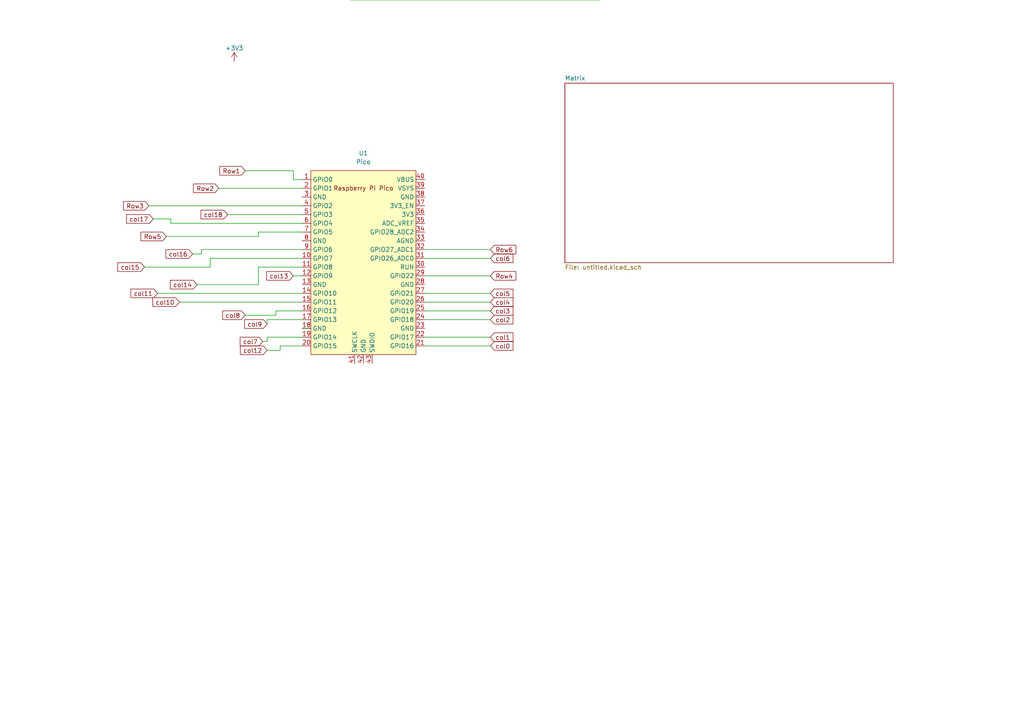
<source format=kicad_sch>
(kicad_sch
	(version 20250114)
	(generator "eeschema")
	(generator_version "9.0")
	(uuid "cb32b2da-a60d-4ed4-a57b-2c397f553171")
	(paper "A4")
	(lib_symbols
		(symbol "MCU_RaspberryPi_and_Boards:Pico"
			(exclude_from_sim no)
			(in_bom yes)
			(on_board yes)
			(property "Reference" "U"
				(at -13.97 27.94 0)
				(effects
					(font
						(size 1.27 1.27)
					)
				)
			)
			(property "Value" "Pico"
				(at 0 19.05 0)
				(effects
					(font
						(size 1.27 1.27)
					)
				)
			)
			(property "Footprint" "RPi_Pico:RPi_Pico_SMD_TH"
				(at 0 0 90)
				(effects
					(font
						(size 1.27 1.27)
					)
					(hide yes)
				)
			)
			(property "Datasheet" ""
				(at 0 0 0)
				(effects
					(font
						(size 1.27 1.27)
					)
					(hide yes)
				)
			)
			(property "Description" ""
				(at 0 0 0)
				(effects
					(font
						(size 1.27 1.27)
					)
					(hide yes)
				)
			)
			(symbol "Pico_0_0"
				(text "Raspberry Pi Pico"
					(at 0 21.59 0)
					(effects
						(font
							(size 1.27 1.27)
						)
					)
				)
			)
			(symbol "Pico_0_1"
				(rectangle
					(start -15.24 26.67)
					(end 15.24 -26.67)
					(stroke
						(width 0)
						(type default)
					)
					(fill
						(type background)
					)
				)
			)
			(symbol "Pico_1_1"
				(pin bidirectional line
					(at -17.78 24.13 0)
					(length 2.54)
					(name "GPIO0"
						(effects
							(font
								(size 1.27 1.27)
							)
						)
					)
					(number "1"
						(effects
							(font
								(size 1.27 1.27)
							)
						)
					)
				)
				(pin bidirectional line
					(at -17.78 21.59 0)
					(length 2.54)
					(name "GPIO1"
						(effects
							(font
								(size 1.27 1.27)
							)
						)
					)
					(number "2"
						(effects
							(font
								(size 1.27 1.27)
							)
						)
					)
				)
				(pin power_in line
					(at -17.78 19.05 0)
					(length 2.54)
					(name "GND"
						(effects
							(font
								(size 1.27 1.27)
							)
						)
					)
					(number "3"
						(effects
							(font
								(size 1.27 1.27)
							)
						)
					)
				)
				(pin bidirectional line
					(at -17.78 16.51 0)
					(length 2.54)
					(name "GPIO2"
						(effects
							(font
								(size 1.27 1.27)
							)
						)
					)
					(number "4"
						(effects
							(font
								(size 1.27 1.27)
							)
						)
					)
				)
				(pin bidirectional line
					(at -17.78 13.97 0)
					(length 2.54)
					(name "GPIO3"
						(effects
							(font
								(size 1.27 1.27)
							)
						)
					)
					(number "5"
						(effects
							(font
								(size 1.27 1.27)
							)
						)
					)
				)
				(pin bidirectional line
					(at -17.78 11.43 0)
					(length 2.54)
					(name "GPIO4"
						(effects
							(font
								(size 1.27 1.27)
							)
						)
					)
					(number "6"
						(effects
							(font
								(size 1.27 1.27)
							)
						)
					)
				)
				(pin bidirectional line
					(at -17.78 8.89 0)
					(length 2.54)
					(name "GPIO5"
						(effects
							(font
								(size 1.27 1.27)
							)
						)
					)
					(number "7"
						(effects
							(font
								(size 1.27 1.27)
							)
						)
					)
				)
				(pin power_in line
					(at -17.78 6.35 0)
					(length 2.54)
					(name "GND"
						(effects
							(font
								(size 1.27 1.27)
							)
						)
					)
					(number "8"
						(effects
							(font
								(size 1.27 1.27)
							)
						)
					)
				)
				(pin bidirectional line
					(at -17.78 3.81 0)
					(length 2.54)
					(name "GPIO6"
						(effects
							(font
								(size 1.27 1.27)
							)
						)
					)
					(number "9"
						(effects
							(font
								(size 1.27 1.27)
							)
						)
					)
				)
				(pin bidirectional line
					(at -17.78 1.27 0)
					(length 2.54)
					(name "GPIO7"
						(effects
							(font
								(size 1.27 1.27)
							)
						)
					)
					(number "10"
						(effects
							(font
								(size 1.27 1.27)
							)
						)
					)
				)
				(pin bidirectional line
					(at -17.78 -1.27 0)
					(length 2.54)
					(name "GPIO8"
						(effects
							(font
								(size 1.27 1.27)
							)
						)
					)
					(number "11"
						(effects
							(font
								(size 1.27 1.27)
							)
						)
					)
				)
				(pin bidirectional line
					(at -17.78 -3.81 0)
					(length 2.54)
					(name "GPIO9"
						(effects
							(font
								(size 1.27 1.27)
							)
						)
					)
					(number "12"
						(effects
							(font
								(size 1.27 1.27)
							)
						)
					)
				)
				(pin power_in line
					(at -17.78 -6.35 0)
					(length 2.54)
					(name "GND"
						(effects
							(font
								(size 1.27 1.27)
							)
						)
					)
					(number "13"
						(effects
							(font
								(size 1.27 1.27)
							)
						)
					)
				)
				(pin bidirectional line
					(at -17.78 -8.89 0)
					(length 2.54)
					(name "GPIO10"
						(effects
							(font
								(size 1.27 1.27)
							)
						)
					)
					(number "14"
						(effects
							(font
								(size 1.27 1.27)
							)
						)
					)
				)
				(pin bidirectional line
					(at -17.78 -11.43 0)
					(length 2.54)
					(name "GPIO11"
						(effects
							(font
								(size 1.27 1.27)
							)
						)
					)
					(number "15"
						(effects
							(font
								(size 1.27 1.27)
							)
						)
					)
				)
				(pin bidirectional line
					(at -17.78 -13.97 0)
					(length 2.54)
					(name "GPIO12"
						(effects
							(font
								(size 1.27 1.27)
							)
						)
					)
					(number "16"
						(effects
							(font
								(size 1.27 1.27)
							)
						)
					)
				)
				(pin bidirectional line
					(at -17.78 -16.51 0)
					(length 2.54)
					(name "GPIO13"
						(effects
							(font
								(size 1.27 1.27)
							)
						)
					)
					(number "17"
						(effects
							(font
								(size 1.27 1.27)
							)
						)
					)
				)
				(pin power_in line
					(at -17.78 -19.05 0)
					(length 2.54)
					(name "GND"
						(effects
							(font
								(size 1.27 1.27)
							)
						)
					)
					(number "18"
						(effects
							(font
								(size 1.27 1.27)
							)
						)
					)
				)
				(pin bidirectional line
					(at -17.78 -21.59 0)
					(length 2.54)
					(name "GPIO14"
						(effects
							(font
								(size 1.27 1.27)
							)
						)
					)
					(number "19"
						(effects
							(font
								(size 1.27 1.27)
							)
						)
					)
				)
				(pin bidirectional line
					(at -17.78 -24.13 0)
					(length 2.54)
					(name "GPIO15"
						(effects
							(font
								(size 1.27 1.27)
							)
						)
					)
					(number "20"
						(effects
							(font
								(size 1.27 1.27)
							)
						)
					)
				)
				(pin input line
					(at -2.54 -29.21 90)
					(length 2.54)
					(name "SWCLK"
						(effects
							(font
								(size 1.27 1.27)
							)
						)
					)
					(number "41"
						(effects
							(font
								(size 1.27 1.27)
							)
						)
					)
				)
				(pin power_in line
					(at 0 -29.21 90)
					(length 2.54)
					(name "GND"
						(effects
							(font
								(size 1.27 1.27)
							)
						)
					)
					(number "42"
						(effects
							(font
								(size 1.27 1.27)
							)
						)
					)
				)
				(pin bidirectional line
					(at 2.54 -29.21 90)
					(length 2.54)
					(name "SWDIO"
						(effects
							(font
								(size 1.27 1.27)
							)
						)
					)
					(number "43"
						(effects
							(font
								(size 1.27 1.27)
							)
						)
					)
				)
				(pin power_in line
					(at 17.78 24.13 180)
					(length 2.54)
					(name "VBUS"
						(effects
							(font
								(size 1.27 1.27)
							)
						)
					)
					(number "40"
						(effects
							(font
								(size 1.27 1.27)
							)
						)
					)
				)
				(pin power_in line
					(at 17.78 21.59 180)
					(length 2.54)
					(name "VSYS"
						(effects
							(font
								(size 1.27 1.27)
							)
						)
					)
					(number "39"
						(effects
							(font
								(size 1.27 1.27)
							)
						)
					)
				)
				(pin bidirectional line
					(at 17.78 19.05 180)
					(length 2.54)
					(name "GND"
						(effects
							(font
								(size 1.27 1.27)
							)
						)
					)
					(number "38"
						(effects
							(font
								(size 1.27 1.27)
							)
						)
					)
				)
				(pin input line
					(at 17.78 16.51 180)
					(length 2.54)
					(name "3V3_EN"
						(effects
							(font
								(size 1.27 1.27)
							)
						)
					)
					(number "37"
						(effects
							(font
								(size 1.27 1.27)
							)
						)
					)
				)
				(pin power_in line
					(at 17.78 13.97 180)
					(length 2.54)
					(name "3V3"
						(effects
							(font
								(size 1.27 1.27)
							)
						)
					)
					(number "36"
						(effects
							(font
								(size 1.27 1.27)
							)
						)
					)
				)
				(pin power_in line
					(at 17.78 11.43 180)
					(length 2.54)
					(name "ADC_VREF"
						(effects
							(font
								(size 1.27 1.27)
							)
						)
					)
					(number "35"
						(effects
							(font
								(size 1.27 1.27)
							)
						)
					)
				)
				(pin bidirectional line
					(at 17.78 8.89 180)
					(length 2.54)
					(name "GPIO28_ADC2"
						(effects
							(font
								(size 1.27 1.27)
							)
						)
					)
					(number "34"
						(effects
							(font
								(size 1.27 1.27)
							)
						)
					)
				)
				(pin power_in line
					(at 17.78 6.35 180)
					(length 2.54)
					(name "AGND"
						(effects
							(font
								(size 1.27 1.27)
							)
						)
					)
					(number "33"
						(effects
							(font
								(size 1.27 1.27)
							)
						)
					)
				)
				(pin bidirectional line
					(at 17.78 3.81 180)
					(length 2.54)
					(name "GPIO27_ADC1"
						(effects
							(font
								(size 1.27 1.27)
							)
						)
					)
					(number "32"
						(effects
							(font
								(size 1.27 1.27)
							)
						)
					)
				)
				(pin bidirectional line
					(at 17.78 1.27 180)
					(length 2.54)
					(name "GPIO26_ADC0"
						(effects
							(font
								(size 1.27 1.27)
							)
						)
					)
					(number "31"
						(effects
							(font
								(size 1.27 1.27)
							)
						)
					)
				)
				(pin input line
					(at 17.78 -1.27 180)
					(length 2.54)
					(name "RUN"
						(effects
							(font
								(size 1.27 1.27)
							)
						)
					)
					(number "30"
						(effects
							(font
								(size 1.27 1.27)
							)
						)
					)
				)
				(pin bidirectional line
					(at 17.78 -3.81 180)
					(length 2.54)
					(name "GPIO22"
						(effects
							(font
								(size 1.27 1.27)
							)
						)
					)
					(number "29"
						(effects
							(font
								(size 1.27 1.27)
							)
						)
					)
				)
				(pin power_in line
					(at 17.78 -6.35 180)
					(length 2.54)
					(name "GND"
						(effects
							(font
								(size 1.27 1.27)
							)
						)
					)
					(number "28"
						(effects
							(font
								(size 1.27 1.27)
							)
						)
					)
				)
				(pin bidirectional line
					(at 17.78 -8.89 180)
					(length 2.54)
					(name "GPIO21"
						(effects
							(font
								(size 1.27 1.27)
							)
						)
					)
					(number "27"
						(effects
							(font
								(size 1.27 1.27)
							)
						)
					)
				)
				(pin bidirectional line
					(at 17.78 -11.43 180)
					(length 2.54)
					(name "GPIO20"
						(effects
							(font
								(size 1.27 1.27)
							)
						)
					)
					(number "26"
						(effects
							(font
								(size 1.27 1.27)
							)
						)
					)
				)
				(pin bidirectional line
					(at 17.78 -13.97 180)
					(length 2.54)
					(name "GPIO19"
						(effects
							(font
								(size 1.27 1.27)
							)
						)
					)
					(number "25"
						(effects
							(font
								(size 1.27 1.27)
							)
						)
					)
				)
				(pin bidirectional line
					(at 17.78 -16.51 180)
					(length 2.54)
					(name "GPIO18"
						(effects
							(font
								(size 1.27 1.27)
							)
						)
					)
					(number "24"
						(effects
							(font
								(size 1.27 1.27)
							)
						)
					)
				)
				(pin power_in line
					(at 17.78 -19.05 180)
					(length 2.54)
					(name "GND"
						(effects
							(font
								(size 1.27 1.27)
							)
						)
					)
					(number "23"
						(effects
							(font
								(size 1.27 1.27)
							)
						)
					)
				)
				(pin bidirectional line
					(at 17.78 -21.59 180)
					(length 2.54)
					(name "GPIO17"
						(effects
							(font
								(size 1.27 1.27)
							)
						)
					)
					(number "22"
						(effects
							(font
								(size 1.27 1.27)
							)
						)
					)
				)
				(pin bidirectional line
					(at 17.78 -24.13 180)
					(length 2.54)
					(name "GPIO16"
						(effects
							(font
								(size 1.27 1.27)
							)
						)
					)
					(number "21"
						(effects
							(font
								(size 1.27 1.27)
							)
						)
					)
				)
			)
			(embedded_fonts no)
		)
		(symbol "power:+3V3"
			(power)
			(pin_names
				(offset 0)
			)
			(exclude_from_sim no)
			(in_bom yes)
			(on_board yes)
			(property "Reference" "#PWR"
				(at 0 -3.81 0)
				(effects
					(font
						(size 1.27 1.27)
					)
					(hide yes)
				)
			)
			(property "Value" "+3V3"
				(at 0 3.556 0)
				(effects
					(font
						(size 1.27 1.27)
					)
				)
			)
			(property "Footprint" ""
				(at 0 0 0)
				(effects
					(font
						(size 1.27 1.27)
					)
					(hide yes)
				)
			)
			(property "Datasheet" ""
				(at 0 0 0)
				(effects
					(font
						(size 1.27 1.27)
					)
					(hide yes)
				)
			)
			(property "Description" "Power symbol creates a global label with name \"+3V3\""
				(at 0 0 0)
				(effects
					(font
						(size 1.27 1.27)
					)
					(hide yes)
				)
			)
			(property "ki_keywords" "global power"
				(at 0 0 0)
				(effects
					(font
						(size 1.27 1.27)
					)
					(hide yes)
				)
			)
			(symbol "+3V3_0_1"
				(polyline
					(pts
						(xy -0.762 1.27) (xy 0 2.54)
					)
					(stroke
						(width 0)
						(type default)
					)
					(fill
						(type none)
					)
				)
				(polyline
					(pts
						(xy 0 2.54) (xy 0.762 1.27)
					)
					(stroke
						(width 0)
						(type default)
					)
					(fill
						(type none)
					)
				)
				(polyline
					(pts
						(xy 0 0) (xy 0 2.54)
					)
					(stroke
						(width 0)
						(type default)
					)
					(fill
						(type none)
					)
				)
			)
			(symbol "+3V3_1_1"
				(pin power_in line
					(at 0 0 90)
					(length 0)
					(hide yes)
					(name "+3V3"
						(effects
							(font
								(size 1.27 1.27)
							)
						)
					)
					(number "1"
						(effects
							(font
								(size 1.27 1.27)
							)
						)
					)
				)
			)
			(embedded_fonts no)
		)
	)
	(wire
		(pts
			(xy 77.47 92.71) (xy 87.63 92.71)
		)
		(stroke
			(width 0)
			(type default)
		)
		(uuid "086e1a65-7e47-4960-b6ab-8e494ae9b50d")
	)
	(wire
		(pts
			(xy 44.45 63.5) (xy 49.53 63.5)
		)
		(stroke
			(width 0)
			(type default)
		)
		(uuid "20fc6f50-8b2b-452a-90e9-e4355c16eee3")
	)
	(wire
		(pts
			(xy 142.24 92.71) (xy 123.19 92.71)
		)
		(stroke
			(width 0)
			(type default)
		)
		(uuid "26e41627-f011-4795-b0c9-cde7fa6fe77c")
	)
	(wire
		(pts
			(xy 81.28 101.6) (xy 81.28 100.33)
		)
		(stroke
			(width 0)
			(type default)
		)
		(uuid "27b132eb-d9cb-40e3-8ad9-3d5794cd7d98")
	)
	(wire
		(pts
			(xy 142.24 87.63) (xy 123.19 87.63)
		)
		(stroke
			(width 0)
			(type default)
		)
		(uuid "2b3b6048-0ceb-4bf7-8d1f-0850076fb23b")
	)
	(wire
		(pts
			(xy 49.53 63.5) (xy 49.53 64.77)
		)
		(stroke
			(width 0)
			(type default)
		)
		(uuid "2c789694-e4e2-473b-a74c-9370174d2b11")
	)
	(wire
		(pts
			(xy 48.26 68.58) (xy 74.93 68.58)
		)
		(stroke
			(width 0)
			(type default)
		)
		(uuid "2fd217ba-e961-45d5-9ab9-245505be5c7e")
	)
	(wire
		(pts
			(xy 58.42 72.39) (xy 87.63 72.39)
		)
		(stroke
			(width 0)
			(type default)
		)
		(uuid "308bbbf4-9b3b-4af1-ae6b-2218ce11d3dc")
	)
	(wire
		(pts
			(xy 85.09 49.53) (xy 85.09 52.07)
		)
		(stroke
			(width 0)
			(type default)
		)
		(uuid "372fcc8c-7d00-4af9-b8c2-9d27e8dd6073")
	)
	(wire
		(pts
			(xy 74.93 68.58) (xy 74.93 67.31)
		)
		(stroke
			(width 0)
			(type default)
		)
		(uuid "42ad4e32-8e93-4bd7-bbac-b86ba5d3944f")
	)
	(wire
		(pts
			(xy 80.01 90.17) (xy 87.63 90.17)
		)
		(stroke
			(width 0)
			(type default)
		)
		(uuid "4708030f-c05f-4017-8f42-455cfe5880e6")
	)
	(wire
		(pts
			(xy 41.91 77.47) (xy 60.96 77.47)
		)
		(stroke
			(width 0)
			(type default)
		)
		(uuid "47c115a6-7794-4720-8561-54e0e3e93e5b")
	)
	(wire
		(pts
			(xy 74.93 67.31) (xy 87.63 67.31)
		)
		(stroke
			(width 0)
			(type default)
		)
		(uuid "5a49af22-3166-40dc-b35f-8bd985b8eec3")
	)
	(wire
		(pts
			(xy 173.99 0) (xy 101.6 0)
		)
		(stroke
			(width 0)
			(type default)
		)
		(uuid "5c35bc05-30fc-4d9d-abbc-9c992d97fb5f")
	)
	(wire
		(pts
			(xy 80.01 91.44) (xy 80.01 90.17)
		)
		(stroke
			(width 0)
			(type default)
		)
		(uuid "5c81a9a3-eb37-4356-8e91-f2e783c6cf61")
	)
	(wire
		(pts
			(xy 77.47 97.79) (xy 87.63 97.79)
		)
		(stroke
			(width 0)
			(type default)
		)
		(uuid "6ee2a207-92c0-4729-8524-f44c57986bce")
	)
	(wire
		(pts
			(xy 81.28 100.33) (xy 87.63 100.33)
		)
		(stroke
			(width 0)
			(type default)
		)
		(uuid "725ed5c2-bc75-488a-a9f4-343958010687")
	)
	(wire
		(pts
			(xy 77.47 99.06) (xy 77.47 97.79)
		)
		(stroke
			(width 0)
			(type default)
		)
		(uuid "81e26b37-306e-4bf2-bf3d-2109f63ca88f")
	)
	(wire
		(pts
			(xy 85.09 80.01) (xy 87.63 80.01)
		)
		(stroke
			(width 0)
			(type default)
		)
		(uuid "86972c58-1762-4552-b045-f0414eb184cf")
	)
	(wire
		(pts
			(xy 45.72 85.09) (xy 87.63 85.09)
		)
		(stroke
			(width 0)
			(type default)
		)
		(uuid "8764a575-affb-4897-b262-7203998d57cc")
	)
	(wire
		(pts
			(xy 71.12 91.44) (xy 80.01 91.44)
		)
		(stroke
			(width 0)
			(type default)
		)
		(uuid "94224740-42c5-46b4-b4a1-358ed6a2d165")
	)
	(wire
		(pts
			(xy 77.47 101.6) (xy 81.28 101.6)
		)
		(stroke
			(width 0)
			(type default)
		)
		(uuid "98e4e2cb-4d12-4fcf-8eab-b97688473390")
	)
	(wire
		(pts
			(xy 77.47 93.98) (xy 77.47 92.71)
		)
		(stroke
			(width 0)
			(type default)
		)
		(uuid "99e9b497-6d24-4484-aa3f-6f2c0fd90b2c")
	)
	(wire
		(pts
			(xy 52.07 87.63) (xy 87.63 87.63)
		)
		(stroke
			(width 0)
			(type default)
		)
		(uuid "9d835229-3b72-449d-9e12-866092d45160")
	)
	(wire
		(pts
			(xy 142.24 97.79) (xy 123.19 97.79)
		)
		(stroke
			(width 0)
			(type default)
		)
		(uuid "a8352fa7-e8f2-435b-9357-0f365f5fee32")
	)
	(wire
		(pts
			(xy 85.09 52.07) (xy 87.63 52.07)
		)
		(stroke
			(width 0)
			(type default)
		)
		(uuid "acb4018a-4a85-4efe-9f70-7e7f02d3b5c9")
	)
	(wire
		(pts
			(xy 71.12 49.53) (xy 85.09 49.53)
		)
		(stroke
			(width 0)
			(type default)
		)
		(uuid "ad4a2da3-4657-4d93-b087-13b89457f343")
	)
	(wire
		(pts
			(xy 76.2 99.06) (xy 77.47 99.06)
		)
		(stroke
			(width 0)
			(type default)
		)
		(uuid "b27a0f30-0a5a-475f-9de5-cf5ef154875f")
	)
	(wire
		(pts
			(xy 66.04 62.23) (xy 87.63 62.23)
		)
		(stroke
			(width 0)
			(type default)
		)
		(uuid "b52728b2-8e1c-4077-af4b-36a7f95402f2")
	)
	(wire
		(pts
			(xy 49.53 64.77) (xy 87.63 64.77)
		)
		(stroke
			(width 0)
			(type default)
		)
		(uuid "bcad0c40-bab5-4847-a300-5a143ec336e5")
	)
	(wire
		(pts
			(xy 74.93 82.55) (xy 74.93 77.47)
		)
		(stroke
			(width 0)
			(type default)
		)
		(uuid "c38c95ae-79f1-4750-9870-5524df44f13e")
	)
	(wire
		(pts
			(xy 57.15 82.55) (xy 74.93 82.55)
		)
		(stroke
			(width 0)
			(type default)
		)
		(uuid "cc0460e4-03bd-4be4-b1ef-43e4b05b8fe1")
	)
	(wire
		(pts
			(xy 55.88 73.66) (xy 58.42 73.66)
		)
		(stroke
			(width 0)
			(type default)
		)
		(uuid "cfbb241e-d785-42ec-b791-b8bad4d6f469")
	)
	(wire
		(pts
			(xy 142.24 74.93) (xy 123.19 74.93)
		)
		(stroke
			(width 0)
			(type default)
		)
		(uuid "d025e21f-a2d9-4c43-89b1-3515770f7f94")
	)
	(wire
		(pts
			(xy 87.63 95.25) (xy 90.17 95.25)
		)
		(stroke
			(width 0)
			(type default)
		)
		(uuid "d0b0e2b3-feb0-4182-a0c7-fa1a33f22b68")
	)
	(wire
		(pts
			(xy 43.18 59.69) (xy 87.63 59.69)
		)
		(stroke
			(width 0)
			(type default)
		)
		(uuid "d32cbd1b-48a0-42ad-b6ad-2b52cbf68d82")
	)
	(wire
		(pts
			(xy 60.96 74.93) (xy 87.63 74.93)
		)
		(stroke
			(width 0)
			(type default)
		)
		(uuid "d7efd647-78f3-41d5-ac7b-773013a7f1a5")
	)
	(wire
		(pts
			(xy 142.24 80.01) (xy 123.19 80.01)
		)
		(stroke
			(width 0)
			(type default)
		)
		(uuid "da7fd8b4-7493-4864-870b-8f4f2a985ae4")
	)
	(wire
		(pts
			(xy 63.5 54.61) (xy 87.63 54.61)
		)
		(stroke
			(width 0)
			(type default)
		)
		(uuid "da8c4b8a-310e-44b7-9eea-782c0586103d")
	)
	(wire
		(pts
			(xy 142.24 100.33) (xy 123.19 100.33)
		)
		(stroke
			(width 0)
			(type default)
		)
		(uuid "dc1a73a3-6473-4169-8743-e1cdad75b7eb")
	)
	(wire
		(pts
			(xy 142.24 72.39) (xy 123.19 72.39)
		)
		(stroke
			(width 0)
			(type default)
		)
		(uuid "de9bd7ac-6db8-4cfd-b2cd-e1ef42226d9c")
	)
	(wire
		(pts
			(xy 142.24 85.09) (xy 123.19 85.09)
		)
		(stroke
			(width 0)
			(type default)
		)
		(uuid "e357ee2a-2b89-47c0-9eb9-3be093ac7262")
	)
	(wire
		(pts
			(xy 58.42 73.66) (xy 58.42 72.39)
		)
		(stroke
			(width 0)
			(type default)
		)
		(uuid "e4c4e7fa-3843-4061-9944-69d5ad61811a")
	)
	(wire
		(pts
			(xy 60.96 77.47) (xy 60.96 74.93)
		)
		(stroke
			(width 0)
			(type default)
		)
		(uuid "e57633b2-74f0-49e6-8378-686a0a547382")
	)
	(wire
		(pts
			(xy 74.93 77.47) (xy 87.63 77.47)
		)
		(stroke
			(width 0)
			(type default)
		)
		(uuid "f51356aa-0017-49f6-89c0-1b1b7f8b39ac")
	)
	(wire
		(pts
			(xy 142.24 90.17) (xy 123.19 90.17)
		)
		(stroke
			(width 0)
			(type default)
		)
		(uuid "f88fbc1f-f470-414a-8625-0fca96b6853c")
	)
	(global_label "Row4"
		(shape input)
		(at 142.24 80.01 0)
		(fields_autoplaced yes)
		(effects
			(font
				(size 1.27 1.27)
			)
			(justify left)
		)
		(uuid "0d0d84b7-bd54-49ff-a10d-c79be3911d4f")
		(property "Intersheetrefs" "${INTERSHEET_REFS}"
			(at 150.1842 80.01 0)
			(effects
				(font
					(size 1.27 1.27)
				)
				(justify left)
				(hide yes)
			)
		)
	)
	(global_label "col16"
		(shape input)
		(at 55.88 73.66 180)
		(fields_autoplaced yes)
		(effects
			(font
				(size 1.27 1.27)
			)
			(justify right)
		)
		(uuid "177f2d7f-009a-4b9b-8641-4b7186bd0815")
		(property "Intersheetrefs" "${INTERSHEET_REFS}"
			(at 47.573 73.66 0)
			(effects
				(font
					(size 1.27 1.27)
				)
				(justify right)
				(hide yes)
			)
		)
	)
	(global_label "col18"
		(shape input)
		(at 66.04 62.23 180)
		(fields_autoplaced yes)
		(effects
			(font
				(size 1.27 1.27)
			)
			(justify right)
		)
		(uuid "1a006e98-9acb-419d-b602-97fcc9d7d315")
		(property "Intersheetrefs" "${INTERSHEET_REFS}"
			(at 57.733 62.23 0)
			(effects
				(font
					(size 1.27 1.27)
				)
				(justify right)
				(hide yes)
			)
		)
	)
	(global_label "col0"
		(shape input)
		(at 142.24 100.33 0)
		(fields_autoplaced yes)
		(effects
			(font
				(size 1.27 1.27)
			)
			(justify left)
		)
		(uuid "36547eac-e03d-466b-88bd-90e37b247941")
		(property "Intersheetrefs" "${INTERSHEET_REFS}"
			(at 149.3375 100.33 0)
			(effects
				(font
					(size 1.27 1.27)
				)
				(justify left)
				(hide yes)
			)
		)
	)
	(global_label "col8"
		(shape input)
		(at 71.12 91.44 180)
		(fields_autoplaced yes)
		(effects
			(font
				(size 1.27 1.27)
			)
			(justify right)
		)
		(uuid "3be690f1-a88a-4d4d-ae24-dc4142721b9d")
		(property "Intersheetrefs" "${INTERSHEET_REFS}"
			(at 64.0225 91.44 0)
			(effects
				(font
					(size 1.27 1.27)
				)
				(justify right)
				(hide yes)
			)
		)
	)
	(global_label "col5"
		(shape input)
		(at 142.24 85.09 0)
		(fields_autoplaced yes)
		(effects
			(font
				(size 1.27 1.27)
			)
			(justify left)
		)
		(uuid "4bf69acc-b11c-4c79-936c-01562a963bf5")
		(property "Intersheetrefs" "${INTERSHEET_REFS}"
			(at 149.3375 85.09 0)
			(effects
				(font
					(size 1.27 1.27)
				)
				(justify left)
				(hide yes)
			)
		)
	)
	(global_label "col11"
		(shape input)
		(at 45.72 85.09 180)
		(fields_autoplaced yes)
		(effects
			(font
				(size 1.27 1.27)
			)
			(justify right)
		)
		(uuid "691ebeb4-3323-4c95-b605-648639fef87a")
		(property "Intersheetrefs" "${INTERSHEET_REFS}"
			(at 37.413 85.09 0)
			(effects
				(font
					(size 1.27 1.27)
				)
				(justify right)
				(hide yes)
			)
		)
	)
	(global_label "Row5"
		(shape input)
		(at 48.26 68.58 180)
		(fields_autoplaced yes)
		(effects
			(font
				(size 1.27 1.27)
			)
			(justify right)
		)
		(uuid "6d9e40a6-8954-42b7-aa41-d17fa2b9fa9f")
		(property "Intersheetrefs" "${INTERSHEET_REFS}"
			(at 40.3158 68.58 0)
			(effects
				(font
					(size 1.27 1.27)
				)
				(justify right)
				(hide yes)
			)
		)
	)
	(global_label "col1"
		(shape input)
		(at 142.24 97.79 0)
		(fields_autoplaced yes)
		(effects
			(font
				(size 1.27 1.27)
			)
			(justify left)
		)
		(uuid "77d39749-0c5f-4021-903a-4f1cea03fabc")
		(property "Intersheetrefs" "${INTERSHEET_REFS}"
			(at 149.3375 97.79 0)
			(effects
				(font
					(size 1.27 1.27)
				)
				(justify left)
				(hide yes)
			)
		)
	)
	(global_label "col13"
		(shape input)
		(at 85.09 80.01 180)
		(fields_autoplaced yes)
		(effects
			(font
				(size 1.27 1.27)
			)
			(justify right)
		)
		(uuid "7bc5b9ba-7f23-473e-8c4c-53bdd71d3a1e")
		(property "Intersheetrefs" "${INTERSHEET_REFS}"
			(at 76.783 80.01 0)
			(effects
				(font
					(size 1.27 1.27)
				)
				(justify right)
				(hide yes)
			)
		)
	)
	(global_label "col12"
		(shape input)
		(at 77.47 101.6 180)
		(fields_autoplaced yes)
		(effects
			(font
				(size 1.27 1.27)
			)
			(justify right)
		)
		(uuid "80b80f85-b76e-4e63-a761-40121b4786ff")
		(property "Intersheetrefs" "${INTERSHEET_REFS}"
			(at 69.163 101.6 0)
			(effects
				(font
					(size 1.27 1.27)
				)
				(justify right)
				(hide yes)
			)
		)
	)
	(global_label "col14"
		(shape input)
		(at 57.15 82.55 180)
		(fields_autoplaced yes)
		(effects
			(font
				(size 1.27 1.27)
			)
			(justify right)
		)
		(uuid "85adc237-e618-4911-b373-8214afcf4d56")
		(property "Intersheetrefs" "${INTERSHEET_REFS}"
			(at 48.843 82.55 0)
			(effects
				(font
					(size 1.27 1.27)
				)
				(justify right)
				(hide yes)
			)
		)
	)
	(global_label "col7"
		(shape input)
		(at 76.2 99.06 180)
		(fields_autoplaced yes)
		(effects
			(font
				(size 1.27 1.27)
			)
			(justify right)
		)
		(uuid "8613819d-d8b6-4364-9731-c494f6f66d69")
		(property "Intersheetrefs" "${INTERSHEET_REFS}"
			(at 69.1025 99.06 0)
			(effects
				(font
					(size 1.27 1.27)
				)
				(justify right)
				(hide yes)
			)
		)
	)
	(global_label "Row3"
		(shape input)
		(at 43.18 59.69 180)
		(fields_autoplaced yes)
		(effects
			(font
				(size 1.27 1.27)
			)
			(justify right)
		)
		(uuid "896f7b3d-756c-481c-a88d-8bf39bdff706")
		(property "Intersheetrefs" "${INTERSHEET_REFS}"
			(at 35.2358 59.69 0)
			(effects
				(font
					(size 1.27 1.27)
				)
				(justify right)
				(hide yes)
			)
		)
	)
	(global_label "col15"
		(shape input)
		(at 41.91 77.47 180)
		(fields_autoplaced yes)
		(effects
			(font
				(size 1.27 1.27)
			)
			(justify right)
		)
		(uuid "89e36269-b9ba-4c72-85cd-d93c46b85bb8")
		(property "Intersheetrefs" "${INTERSHEET_REFS}"
			(at 33.603 77.47 0)
			(effects
				(font
					(size 1.27 1.27)
				)
				(justify right)
				(hide yes)
			)
		)
	)
	(global_label "col10"
		(shape input)
		(at 52.07 87.63 180)
		(fields_autoplaced yes)
		(effects
			(font
				(size 1.27 1.27)
			)
			(justify right)
		)
		(uuid "a5a9f0a8-bb0f-42bc-8e1f-346d91fb7a5e")
		(property "Intersheetrefs" "${INTERSHEET_REFS}"
			(at 43.763 87.63 0)
			(effects
				(font
					(size 1.27 1.27)
				)
				(justify right)
				(hide yes)
			)
		)
	)
	(global_label "col6"
		(shape input)
		(at 142.24 74.93 0)
		(fields_autoplaced yes)
		(effects
			(font
				(size 1.27 1.27)
			)
			(justify left)
		)
		(uuid "a8c09583-aaa1-4847-b181-52e5821c96de")
		(property "Intersheetrefs" "${INTERSHEET_REFS}"
			(at 149.3375 74.93 0)
			(effects
				(font
					(size 1.27 1.27)
				)
				(justify left)
				(hide yes)
			)
		)
	)
	(global_label "Row2"
		(shape input)
		(at 63.5 54.61 180)
		(fields_autoplaced yes)
		(effects
			(font
				(size 1.27 1.27)
			)
			(justify right)
		)
		(uuid "b0e2993b-f776-435b-91c0-314ba96e3b95")
		(property "Intersheetrefs" "${INTERSHEET_REFS}"
			(at 55.5558 54.61 0)
			(effects
				(font
					(size 1.27 1.27)
				)
				(justify right)
				(hide yes)
			)
		)
	)
	(global_label "col9"
		(shape input)
		(at 77.47 93.98 180)
		(fields_autoplaced yes)
		(effects
			(font
				(size 1.27 1.27)
			)
			(justify right)
		)
		(uuid "c2187e9a-e274-40b7-af9d-a0ea2d359ef9")
		(property "Intersheetrefs" "${INTERSHEET_REFS}"
			(at 70.3725 93.98 0)
			(effects
				(font
					(size 1.27 1.27)
				)
				(justify right)
				(hide yes)
			)
		)
	)
	(global_label "col2"
		(shape input)
		(at 142.24 92.71 0)
		(fields_autoplaced yes)
		(effects
			(font
				(size 1.27 1.27)
			)
			(justify left)
		)
		(uuid "c65a7fe5-be19-4951-8a80-2b73765e25ff")
		(property "Intersheetrefs" "${INTERSHEET_REFS}"
			(at 149.3375 92.71 0)
			(effects
				(font
					(size 1.27 1.27)
				)
				(justify left)
				(hide yes)
			)
		)
	)
	(global_label "col4"
		(shape input)
		(at 142.24 87.63 0)
		(fields_autoplaced yes)
		(effects
			(font
				(size 1.27 1.27)
			)
			(justify left)
		)
		(uuid "d333285e-33f8-409c-a2ad-fd69fe4c273a")
		(property "Intersheetrefs" "${INTERSHEET_REFS}"
			(at 149.3375 87.63 0)
			(effects
				(font
					(size 1.27 1.27)
				)
				(justify left)
				(hide yes)
			)
		)
	)
	(global_label "Row1"
		(shape input)
		(at 71.12 49.53 180)
		(fields_autoplaced yes)
		(effects
			(font
				(size 1.27 1.27)
			)
			(justify right)
		)
		(uuid "de2c60e4-1c53-400f-91e8-20d36eb9346f")
		(property "Intersheetrefs" "${INTERSHEET_REFS}"
			(at 63.1758 49.53 0)
			(effects
				(font
					(size 1.27 1.27)
				)
				(justify right)
				(hide yes)
			)
		)
	)
	(global_label "col3"
		(shape input)
		(at 142.24 90.17 0)
		(fields_autoplaced yes)
		(effects
			(font
				(size 1.27 1.27)
			)
			(justify left)
		)
		(uuid "e6fad74b-a00b-467c-8b7c-4e49eafaae04")
		(property "Intersheetrefs" "${INTERSHEET_REFS}"
			(at 149.3375 90.17 0)
			(effects
				(font
					(size 1.27 1.27)
				)
				(justify left)
				(hide yes)
			)
		)
	)
	(global_label "Row6"
		(shape input)
		(at 142.24 72.39 0)
		(fields_autoplaced yes)
		(effects
			(font
				(size 1.27 1.27)
			)
			(justify left)
		)
		(uuid "f066aa1a-7c67-4005-a4b9-bf28beb998e6")
		(property "Intersheetrefs" "${INTERSHEET_REFS}"
			(at 150.1842 72.39 0)
			(effects
				(font
					(size 1.27 1.27)
				)
				(justify left)
				(hide yes)
			)
		)
	)
	(global_label "col17"
		(shape input)
		(at 44.45 63.5 180)
		(fields_autoplaced yes)
		(effects
			(font
				(size 1.27 1.27)
			)
			(justify right)
		)
		(uuid "f8270d34-4c96-42e6-b2da-3f7b044372bb")
		(property "Intersheetrefs" "${INTERSHEET_REFS}"
			(at 36.143 63.5 0)
			(effects
				(font
					(size 1.27 1.27)
				)
				(justify right)
				(hide yes)
			)
		)
	)
	(symbol
		(lib_id "power:+3V3")
		(at 67.945 17.78 0)
		(unit 1)
		(exclude_from_sim no)
		(in_bom yes)
		(on_board yes)
		(dnp no)
		(fields_autoplaced yes)
		(uuid "ac57beb7-f835-46e9-98eb-c7a9342cfc20")
		(property "Reference" "#PWR01"
			(at 67.945 21.59 0)
			(effects
				(font
					(size 1.27 1.27)
				)
				(hide yes)
			)
		)
		(property "Value" "+3V3"
			(at 67.945 13.97 0)
			(effects
				(font
					(size 1.27 1.27)
				)
			)
		)
		(property "Footprint" ""
			(at 67.945 17.78 0)
			(effects
				(font
					(size 1.27 1.27)
				)
				(hide yes)
			)
		)
		(property "Datasheet" ""
			(at 67.945 17.78 0)
			(effects
				(font
					(size 1.27 1.27)
				)
				(hide yes)
			)
		)
		(property "Description" ""
			(at 67.945 17.78 0)
			(effects
				(font
					(size 1.27 1.27)
				)
				(hide yes)
			)
		)
		(pin "1"
			(uuid "3c4d6264-415f-49b2-99da-81b856b4a338")
		)
		(instances
			(project "modern-keyboard"
				(path "/cb32b2da-a60d-4ed4-a57b-2c397f553171"
					(reference "#PWR01")
					(unit 1)
				)
			)
		)
	)
	(symbol
		(lib_id "MCU_RaspberryPi_and_Boards:Pico")
		(at 105.41 76.2 0)
		(unit 1)
		(exclude_from_sim no)
		(in_bom yes)
		(on_board yes)
		(dnp no)
		(fields_autoplaced yes)
		(uuid "af53f4f5-8176-411d-95fa-532494619dd3")
		(property "Reference" "U1"
			(at 105.41 44.45 0)
			(effects
				(font
					(size 1.27 1.27)
				)
			)
		)
		(property "Value" "Pico"
			(at 105.41 46.99 0)
			(effects
				(font
					(size 1.27 1.27)
				)
			)
		)
		(property "Footprint" "Module:RaspberryPi_Pico_Common_SMD"
			(at 105.41 76.2 90)
			(effects
				(font
					(size 1.27 1.27)
				)
				(hide yes)
			)
		)
		(property "Datasheet" ""
			(at 105.41 76.2 0)
			(effects
				(font
					(size 1.27 1.27)
				)
				(hide yes)
			)
		)
		(property "Description" ""
			(at 105.41 76.2 0)
			(effects
				(font
					(size 1.27 1.27)
				)
				(hide yes)
			)
		)
		(pin "7"
			(uuid "bd311928-5e22-499a-9b8f-22d64ac507a1")
		)
		(pin "2"
			(uuid "ea1bf55d-e4c0-4243-b4bd-e40a1e17b8fa")
		)
		(pin "3"
			(uuid "60ae8a56-ba91-4612-bbae-a56a80fd01f7")
		)
		(pin "4"
			(uuid "727bc7a1-78fb-44cb-99a2-04814c5f9fab")
		)
		(pin "5"
			(uuid "94732638-7f8a-4f6e-a11c-b8a6210f7afc")
		)
		(pin "1"
			(uuid "ea1508bf-a922-45fe-80a5-22a38ea21500")
		)
		(pin "6"
			(uuid "1216ee90-12d8-496e-a4e6-6af1ad658feb")
		)
		(pin "35"
			(uuid "0124f114-dcf8-4771-b04c-329a5d4b9792")
		)
		(pin "33"
			(uuid "272d5b6f-96df-4cc0-8fb4-cf38acc5f9b8")
		)
		(pin "30"
			(uuid "48780d53-9991-4059-b825-862cf3b3d9b7")
		)
		(pin "32"
			(uuid "1cb2adca-e989-4dbb-b488-33e48863b773")
		)
		(pin "40"
			(uuid "1c9538f3-a1d6-47dd-b256-e601595375a3")
		)
		(pin "37"
			(uuid "ea900534-02f2-46ed-9d55-4a9dbbc4f01c")
		)
		(pin "20"
			(uuid "0935cfe1-7a30-41aa-9331-92e684766e5d")
		)
		(pin "19"
			(uuid "2817213d-05d7-49a3-bc5c-2ec5881533f7")
		)
		(pin "38"
			(uuid "f6c02725-ff99-46f6-93d6-e2b96ea465bb")
		)
		(pin "15"
			(uuid "45ee701c-f339-43ad-a5a4-fc9ddee05dd3")
		)
		(pin "8"
			(uuid "e3d45b92-dced-484a-b47e-f7522b60f6ee")
		)
		(pin "9"
			(uuid "0fb949a5-321d-4996-8afb-f20e942016d1")
		)
		(pin "11"
			(uuid "9eac1be4-5720-4a68-bf47-850b2249c322")
		)
		(pin "13"
			(uuid "a4621be2-82c4-4357-b3c3-823c35ee5949")
		)
		(pin "18"
			(uuid "ad938d01-7324-4b27-b21e-dc7662b4eecc")
		)
		(pin "43"
			(uuid "594b8e98-bcda-4518-a66a-5c418518274f")
		)
		(pin "14"
			(uuid "7456659e-79c4-430f-8f5b-1621726bae30")
		)
		(pin "41"
			(uuid "c42f0882-c52f-43e4-88af-7ec0e48f9f38")
		)
		(pin "10"
			(uuid "a6fe32f0-216f-422b-a3b2-b401b95f61ff")
		)
		(pin "12"
			(uuid "ab956b9e-5441-486e-917c-7207c5efd352")
		)
		(pin "42"
			(uuid "c2bf912b-0406-46d0-bc1b-4bb19ce4f87d")
		)
		(pin "39"
			(uuid "84eb3d37-f64b-4b01-8ebe-e85a99cfaf86")
		)
		(pin "17"
			(uuid "58da2635-4f44-42da-9d4b-f0fd718d6a27")
		)
		(pin "16"
			(uuid "266033be-4f91-402a-9041-5f3d50c4f996")
		)
		(pin "36"
			(uuid "e0ad1268-b546-4d9b-b633-f3d455079c63")
		)
		(pin "34"
			(uuid "2f26fe33-4445-46fd-ae58-e04c87c46004")
		)
		(pin "31"
			(uuid "77476323-8c1b-4a20-a1e6-8dc2c28c80e6")
		)
		(pin "29"
			(uuid "d5db7b5a-efff-409f-b641-fdb6b3683c8f")
		)
		(pin "28"
			(uuid "e1dea114-0623-4867-a9ea-8248685d7929")
		)
		(pin "27"
			(uuid "12aad333-fa62-40ea-a73e-2cb90bcfc984")
		)
		(pin "26"
			(uuid "6728e448-4d95-4478-b1bb-eed7e8d7a347")
		)
		(pin "25"
			(uuid "0d78564f-7834-4ede-890c-f4ca62af23eb")
		)
		(pin "24"
			(uuid "5bd643c6-af26-4aed-915a-ae40991b9e76")
		)
		(pin "23"
			(uuid "0f52e0fd-367c-4373-8a37-2f95035d29db")
		)
		(pin "21"
			(uuid "1b2df205-7835-441b-ae90-38e1b0cb03a1")
		)
		(pin "22"
			(uuid "c8dc6e56-363e-45e5-887d-37fc4e538489")
		)
		(instances
			(project ""
				(path "/cb32b2da-a60d-4ed4-a57b-2c397f553171"
					(reference "U1")
					(unit 1)
				)
			)
		)
	)
	(sheet
		(at 163.83 24.13)
		(size 95.25 52.07)
		(exclude_from_sim no)
		(in_bom yes)
		(on_board yes)
		(dnp no)
		(fields_autoplaced yes)
		(stroke
			(width 0.1524)
			(type solid)
		)
		(fill
			(color 0 0 0 0.0000)
		)
		(uuid "0d313ca5-735d-472f-96fd-01975d627ea5")
		(property "Sheetname" "Matrix"
			(at 163.83 23.4184 0)
			(effects
				(font
					(size 1.27 1.27)
				)
				(justify left bottom)
			)
		)
		(property "Sheetfile" "untitled.kicad_sch"
			(at 163.83 76.7846 0)
			(effects
				(font
					(size 1.27 1.27)
				)
				(justify left top)
			)
		)
		(instances
			(project "modern-keyboard-template"
				(path "/cb32b2da-a60d-4ed4-a57b-2c397f553171"
					(page "2")
				)
			)
		)
	)
	(sheet_instances
		(path "/"
			(page "1")
		)
	)
	(embedded_fonts no)
)

</source>
